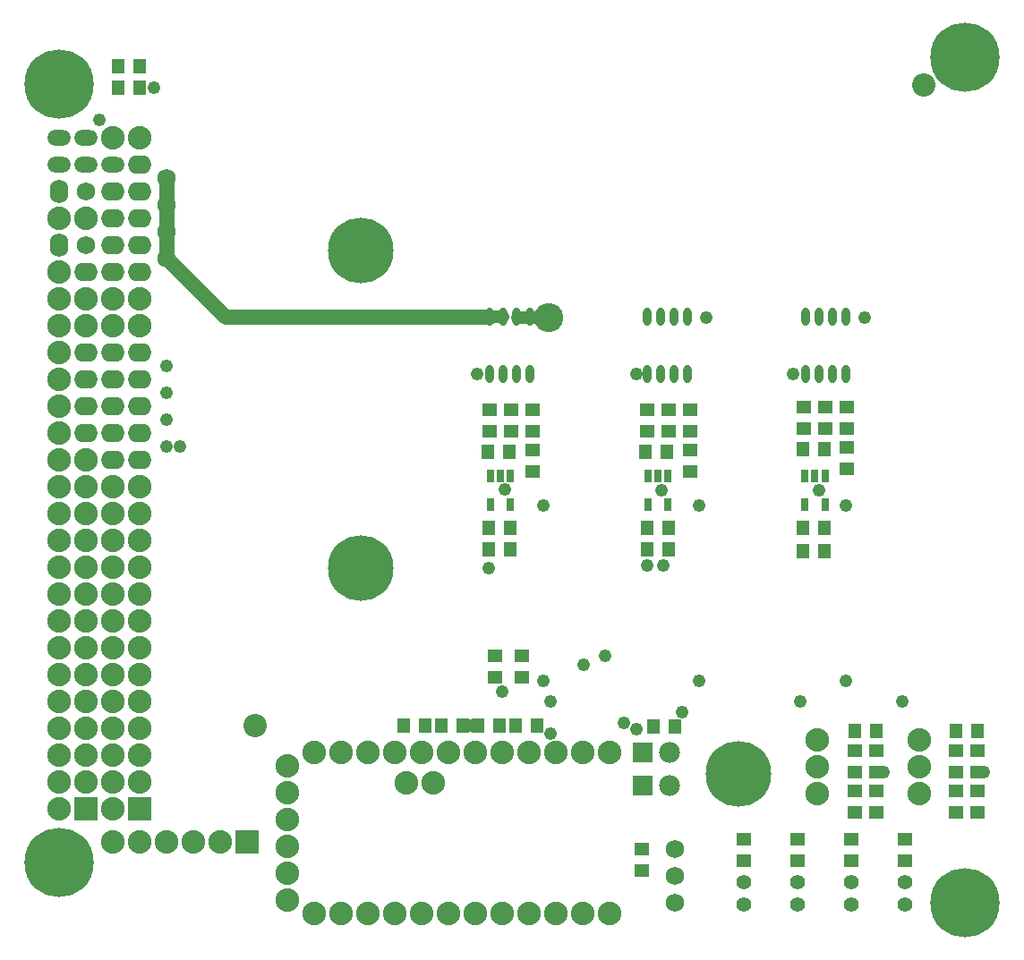
<source format=gts>
G04 Layer_Color=8388736*
%FSLAX25Y25*%
%MOIN*%
G70*
G01*
G75*
%ADD42R,0.04800X0.05800*%
%ADD43O,0.03162X0.06706*%
%ADD44R,0.03162X0.04737*%
%ADD45R,0.05800X0.04800*%
%ADD46C,0.04800*%
%ADD47C,0.05800*%
%ADD48C,0.08800*%
%ADD49C,0.24422*%
%ADD50C,0.07800*%
%ADD51R,0.07800X0.07800*%
%ADD52C,0.05524*%
%ADD53R,0.08800X0.08800*%
%ADD54O,0.08800X0.05800*%
%ADD55O,0.06800X0.08800*%
%ADD56C,0.06800*%
%ADD57O,0.08800X0.06800*%
%ADD58R,0.08800X0.08800*%
%ADD59C,0.08674*%
%ADD60C,0.04800*%
%ADD61C,0.10800*%
%ADD62C,0.25800*%
D42*
X-128000Y85500D02*
D03*
X-136000D02*
D03*
X-335500Y331500D02*
D03*
X-327500D02*
D03*
X-335500Y323500D02*
D03*
X-327500D02*
D03*
X-72500Y151000D02*
D03*
X-80500D02*
D03*
X-72500Y189000D02*
D03*
X-80500D02*
D03*
X-130500Y151500D02*
D03*
X-138500D02*
D03*
X-131000Y188000D02*
D03*
X-139000D02*
D03*
X-189500Y151500D02*
D03*
X-197500D02*
D03*
X-189657Y188000D02*
D03*
X-197658D02*
D03*
X-80500Y159500D02*
D03*
X-72500D02*
D03*
X-138500D02*
D03*
X-130500D02*
D03*
X-197500D02*
D03*
X-189500D02*
D03*
X-193500Y86000D02*
D03*
X-201500D02*
D03*
X-179500D02*
D03*
X-187500D02*
D03*
X-215000D02*
D03*
X-207000D02*
D03*
X-229000D02*
D03*
X-221000D02*
D03*
X-23500Y84000D02*
D03*
X-15500D02*
D03*
X-61000D02*
D03*
X-53000D02*
D03*
D43*
X-79500Y216870D02*
D03*
X-74500D02*
D03*
X-69500D02*
D03*
X-64500D02*
D03*
X-79500Y238130D02*
D03*
X-74500D02*
D03*
X-69500D02*
D03*
X-64500D02*
D03*
X-138500Y216870D02*
D03*
X-133500D02*
D03*
X-128500D02*
D03*
X-123500D02*
D03*
X-138500Y238130D02*
D03*
X-133500D02*
D03*
X-128500D02*
D03*
X-123500D02*
D03*
X-197000Y216870D02*
D03*
X-192000D02*
D03*
X-187000D02*
D03*
X-182000D02*
D03*
X-197000Y238130D02*
D03*
X-192000D02*
D03*
X-187000D02*
D03*
X-182000D02*
D03*
D44*
X-72260Y178913D02*
D03*
X-76000D02*
D03*
X-79740D02*
D03*
Y168087D02*
D03*
X-72260D02*
D03*
X-130760Y178913D02*
D03*
X-134500D02*
D03*
X-138240D02*
D03*
Y168087D02*
D03*
X-130760D02*
D03*
X-189417Y178913D02*
D03*
X-193157D02*
D03*
X-196898D02*
D03*
Y168087D02*
D03*
X-189417D02*
D03*
D45*
X-72000Y204500D02*
D03*
Y196500D02*
D03*
X-64000Y181500D02*
D03*
Y189500D02*
D03*
X-130500Y203500D02*
D03*
Y195500D02*
D03*
X-122500Y180500D02*
D03*
Y188500D02*
D03*
X-189157Y203500D02*
D03*
Y195500D02*
D03*
X-181158Y180500D02*
D03*
Y188500D02*
D03*
X-80000Y204500D02*
D03*
Y196500D02*
D03*
X-64000Y204500D02*
D03*
Y196500D02*
D03*
X-138500Y203500D02*
D03*
Y195500D02*
D03*
X-122500Y203500D02*
D03*
Y195500D02*
D03*
X-197158Y203500D02*
D03*
Y195500D02*
D03*
X-181158Y203500D02*
D03*
Y195500D02*
D03*
X-15500Y53500D02*
D03*
Y61500D02*
D03*
X-23500Y76500D02*
D03*
Y68500D02*
D03*
X-53000Y53500D02*
D03*
Y61500D02*
D03*
X-61000Y76500D02*
D03*
Y68500D02*
D03*
X-23500Y61500D02*
D03*
Y53500D02*
D03*
X-15500Y76500D02*
D03*
Y68500D02*
D03*
X-61000Y61500D02*
D03*
Y53500D02*
D03*
X-53000Y76500D02*
D03*
Y68500D02*
D03*
X-42500Y43500D02*
D03*
Y35500D02*
D03*
X-185000Y112000D02*
D03*
Y104000D02*
D03*
X-195000Y112000D02*
D03*
Y104000D02*
D03*
X-62500Y43500D02*
D03*
Y35500D02*
D03*
X-82500Y43500D02*
D03*
Y35500D02*
D03*
X-102500Y43500D02*
D03*
Y35500D02*
D03*
X-140500Y32000D02*
D03*
Y40000D02*
D03*
D46*
X-197000Y238130D02*
X-192000D01*
X-186870Y238000D02*
X-175000D01*
D47*
X-295630Y238130D02*
X-197000D01*
X-317500Y260000D02*
X-295630Y238130D01*
X-317500Y260000D02*
Y270000D01*
Y280000D01*
Y290000D01*
D48*
X-37000Y60500D02*
D03*
Y70500D02*
D03*
Y80500D02*
D03*
X-75000Y60500D02*
D03*
Y70500D02*
D03*
Y80500D02*
D03*
X-272500Y71000D02*
D03*
Y61000D02*
D03*
Y51000D02*
D03*
Y41000D02*
D03*
Y31000D02*
D03*
Y21000D02*
D03*
X-218000Y64500D02*
D03*
X-228000D02*
D03*
X-152500Y76000D02*
D03*
X-162500D02*
D03*
X-172500D02*
D03*
X-182500D02*
D03*
X-192500D02*
D03*
X-202500D02*
D03*
X-212500D02*
D03*
X-222500D02*
D03*
X-232500D02*
D03*
X-242500D02*
D03*
X-252500D02*
D03*
X-262500D02*
D03*
X-152500Y16000D02*
D03*
X-162500D02*
D03*
X-172500D02*
D03*
X-182500D02*
D03*
X-192500D02*
D03*
X-202500D02*
D03*
X-212500D02*
D03*
X-222500D02*
D03*
X-232500D02*
D03*
X-242500D02*
D03*
X-252500D02*
D03*
X-262500D02*
D03*
X-337500Y42500D02*
D03*
X-327500D02*
D03*
X-317500D02*
D03*
X-307500D02*
D03*
X-297500D02*
D03*
X-357500Y275000D02*
D03*
X-347500D02*
D03*
X-357500Y255000D02*
D03*
Y245000D02*
D03*
X-347500D02*
D03*
X-357500Y235000D02*
D03*
X-347500D02*
D03*
X-357500Y225000D02*
D03*
Y215000D02*
D03*
Y205000D02*
D03*
Y195000D02*
D03*
Y185000D02*
D03*
X-347500D02*
D03*
X-357500Y175000D02*
D03*
X-347500D02*
D03*
X-357500Y165000D02*
D03*
X-347500D02*
D03*
X-357500Y155000D02*
D03*
X-347500D02*
D03*
X-357500Y145000D02*
D03*
X-347500D02*
D03*
X-357500Y135000D02*
D03*
X-347500D02*
D03*
X-357500Y125000D02*
D03*
X-347500D02*
D03*
X-357500Y115000D02*
D03*
X-347500D02*
D03*
X-357500Y105000D02*
D03*
X-347500D02*
D03*
X-357500Y95000D02*
D03*
X-347500D02*
D03*
X-357500Y85000D02*
D03*
X-347500D02*
D03*
X-357500Y75000D02*
D03*
X-347500D02*
D03*
X-357500Y65000D02*
D03*
X-347500D02*
D03*
X-357500Y55000D02*
D03*
X-327500Y305000D02*
D03*
X-337500D02*
D03*
Y245000D02*
D03*
X-327500D02*
D03*
X-337500Y235000D02*
D03*
X-327500D02*
D03*
X-337500Y175000D02*
D03*
X-327500D02*
D03*
X-337500Y165000D02*
D03*
X-327500D02*
D03*
X-337500Y155000D02*
D03*
X-327500D02*
D03*
X-337500Y145000D02*
D03*
X-327500D02*
D03*
X-337500Y135000D02*
D03*
X-327500D02*
D03*
X-337500Y125000D02*
D03*
X-327500D02*
D03*
X-337500Y115000D02*
D03*
X-327500D02*
D03*
X-337500Y105000D02*
D03*
X-327500D02*
D03*
X-337500Y95000D02*
D03*
X-327500D02*
D03*
X-337500Y85000D02*
D03*
X-327500D02*
D03*
X-337500Y75000D02*
D03*
X-327500D02*
D03*
X-337500Y65000D02*
D03*
X-327500D02*
D03*
X-337500Y55000D02*
D03*
D49*
X-245071Y262760D02*
D03*
Y144650D02*
D03*
X-104500Y68000D02*
D03*
D50*
X-130000Y63500D02*
D03*
Y76000D02*
D03*
D51*
X-140000Y63500D02*
D03*
Y76000D02*
D03*
D52*
X-42500Y19232D02*
D03*
Y27500D02*
D03*
X-62500Y19232D02*
D03*
Y27500D02*
D03*
X-82500Y19232D02*
D03*
Y27500D02*
D03*
X-102500Y19232D02*
D03*
Y27500D02*
D03*
D53*
X-287500Y42500D02*
D03*
D54*
X-347500Y305000D02*
D03*
X-357500D02*
D03*
Y295000D02*
D03*
X-347500D02*
D03*
X-337500D02*
D03*
D55*
X-357500Y285000D02*
D03*
Y265000D02*
D03*
D56*
X-347500Y285000D02*
D03*
Y265000D02*
D03*
X-128000Y40000D02*
D03*
Y30000D02*
D03*
Y20000D02*
D03*
X-317500Y280000D02*
D03*
Y270000D02*
D03*
Y290000D02*
D03*
Y260000D02*
D03*
D57*
X-347500Y255000D02*
D03*
Y225000D02*
D03*
Y215000D02*
D03*
Y205000D02*
D03*
Y195000D02*
D03*
X-327500Y295000D02*
D03*
X-337500Y285000D02*
D03*
X-327500D02*
D03*
X-337500Y275000D02*
D03*
X-327500D02*
D03*
X-337500Y265000D02*
D03*
X-327500D02*
D03*
X-337500Y255000D02*
D03*
X-327500D02*
D03*
X-337500Y225000D02*
D03*
X-327500D02*
D03*
X-337500Y215000D02*
D03*
X-327500D02*
D03*
X-337500Y205000D02*
D03*
X-327500D02*
D03*
X-337500Y195000D02*
D03*
X-327500D02*
D03*
X-337500Y185000D02*
D03*
X-327500D02*
D03*
D58*
X-347500Y55000D02*
D03*
X-327500D02*
D03*
D59*
X-35500Y324500D02*
D03*
X-284500Y86000D02*
D03*
D60*
X-342400Y311500D02*
D03*
X-317500Y200000D02*
D03*
X-312500Y190000D02*
D03*
X-317500D02*
D03*
Y210000D02*
D03*
Y220000D02*
D03*
X-57500Y238000D02*
D03*
X-116500D02*
D03*
X-43500Y95000D02*
D03*
X-81500D02*
D03*
X-132500Y145500D02*
D03*
X-138500D02*
D03*
X-50500Y68500D02*
D03*
X-13000D02*
D03*
X-204250Y86000D02*
D03*
X-174500Y83000D02*
D03*
X-349500Y30000D02*
D03*
Y40000D02*
D03*
X-365500Y30000D02*
D03*
Y40000D02*
D03*
X-357500Y25500D02*
D03*
Y44500D02*
D03*
X-349500Y320000D02*
D03*
Y330000D02*
D03*
X-365500Y320000D02*
D03*
Y330000D02*
D03*
X-357500Y315500D02*
D03*
Y334500D02*
D03*
X-12000Y330000D02*
D03*
Y340000D02*
D03*
X-28000Y330000D02*
D03*
Y340000D02*
D03*
X-20000Y325500D02*
D03*
Y344500D02*
D03*
X-12000Y15000D02*
D03*
Y25000D02*
D03*
X-28000Y15000D02*
D03*
Y25000D02*
D03*
X-20000Y10500D02*
D03*
Y29500D02*
D03*
X-191500Y174000D02*
D03*
X-201870Y216870D02*
D03*
X-133000Y173500D02*
D03*
X-142500Y217000D02*
D03*
X-74500Y173500D02*
D03*
X-84000Y217000D02*
D03*
X-142500Y84500D02*
D03*
X-147000Y87000D02*
D03*
X-125500Y91000D02*
D03*
X-197500Y144500D02*
D03*
X-192500Y98500D02*
D03*
X-174500Y95000D02*
D03*
X-322000Y323500D02*
D03*
X-177000Y168000D02*
D03*
Y102500D02*
D03*
X-64500Y168000D02*
D03*
Y102500D02*
D03*
X-119000Y168000D02*
D03*
Y102500D02*
D03*
X-154000Y112000D02*
D03*
X-162000Y108500D02*
D03*
D61*
X-175000Y238000D02*
D03*
D62*
X-357500Y325000D02*
D03*
X-20000Y20000D02*
D03*
X-357500Y35000D02*
D03*
X-20000Y335000D02*
D03*
M02*

</source>
